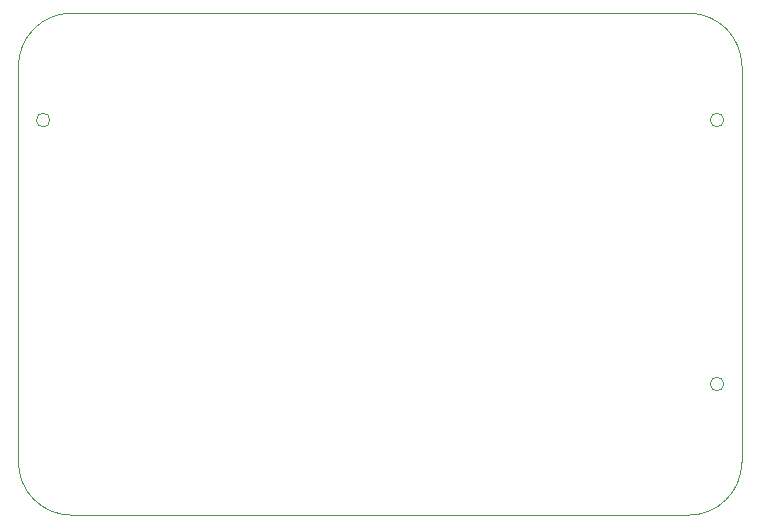
<source format=gbr>
%TF.GenerationSoftware,KiCad,Pcbnew,(5.1.10)-1*%
%TF.CreationDate,2021-07-10T11:27:40-07:00*%
%TF.ProjectId,willios_v2,77696c6c-696f-4735-9f76-322e6b696361,rev?*%
%TF.SameCoordinates,Original*%
%TF.FileFunction,Profile,NP*%
%FSLAX46Y46*%
G04 Gerber Fmt 4.6, Leading zero omitted, Abs format (unit mm)*
G04 Created by KiCad (PCBNEW (5.1.10)-1) date 2021-07-10 11:27:40*
%MOMM*%
%LPD*%
G01*
G04 APERTURE LIST*
%TA.AperFunction,Profile*%
%ADD10C,0.050000*%
%TD*%
G04 APERTURE END LIST*
D10*
X141226000Y-124800000D02*
G75*
G03*
X141226000Y-124800000I-576000J0D01*
G01*
X84176000Y-124800000D02*
G75*
G03*
X84176000Y-124800000I-576000J0D01*
G01*
X141226000Y-147150000D02*
G75*
G03*
X141226000Y-147150000I-576000J0D01*
G01*
X81500000Y-120250000D02*
G75*
G02*
X86000000Y-115750000I4500000J0D01*
G01*
X138250000Y-115750000D02*
G75*
G02*
X142750000Y-120250000I0J-4500000D01*
G01*
X86000000Y-158250000D02*
G75*
G02*
X81500000Y-153750000I0J4500000D01*
G01*
X142750000Y-153750000D02*
G75*
G02*
X138250000Y-158250000I-4500000J0D01*
G01*
X81500000Y-153750000D02*
X81500000Y-120250000D01*
X138250000Y-158250000D02*
X86000000Y-158250000D01*
X142750000Y-120250000D02*
X142750000Y-153750000D01*
X86000000Y-115750000D02*
X138250000Y-115750000D01*
M02*

</source>
